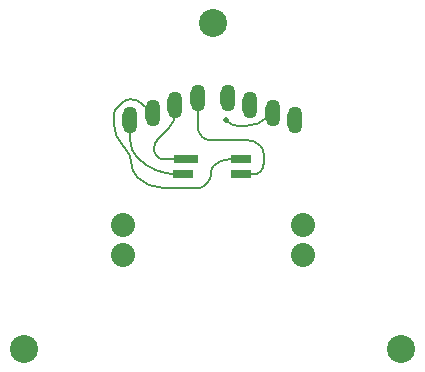
<source format=gbr>
%TF.GenerationSoftware,KiCad,Pcbnew,7.0.7*%
%TF.CreationDate,2024-06-03T14:17:06-05:00*%
%TF.ProjectId,Accel and Strain Gage board,41636365-6c20-4616-9e64-205374726169,rev?*%
%TF.SameCoordinates,Original*%
%TF.FileFunction,Copper,L1,Top*%
%TF.FilePolarity,Positive*%
%FSLAX46Y46*%
G04 Gerber Fmt 4.6, Leading zero omitted, Abs format (unit mm)*
G04 Created by KiCad (PCBNEW 7.0.7) date 2024-06-03 14:17:06*
%MOMM*%
%LPD*%
G01*
G04 APERTURE LIST*
%TA.AperFunction,ComponentPad*%
%ADD10O,1.270000X2.286000*%
%TD*%
%TA.AperFunction,SMDPad,CuDef*%
%ADD11R,2.159000X0.762000*%
%TD*%
%TA.AperFunction,SMDPad,CuDef*%
%ADD12R,1.651000X0.762000*%
%TD*%
%TA.AperFunction,ComponentPad*%
%ADD13C,2.032000*%
%TD*%
%TA.AperFunction,ViaPad*%
%ADD14C,2.374900*%
%TD*%
%TA.AperFunction,ViaPad*%
%ADD15C,0.500000*%
%TD*%
%TA.AperFunction,Conductor*%
%ADD16C,0.200000*%
%TD*%
G04 APERTURE END LIST*
D10*
%TO.P,,1*%
%TO.N,N/C*%
X121920000Y-116205000D03*
%TD*%
D11*
%TO.P,72,1*%
%TO.N,N/C*%
X124714000Y-120141990D03*
D12*
%TO.P,72,2*%
X124460000Y-121411990D03*
%TO.P,72,3*%
X129413000Y-121411990D03*
%TO.P,72,4*%
X129413000Y-120141990D03*
%TD*%
D13*
%TO.P,,1*%
%TO.N,N/C*%
X119380000Y-125730000D03*
%TD*%
D10*
%TO.P,,1*%
%TO.N,N/C*%
X132080000Y-116205000D03*
%TD*%
%TO.P,,1*%
%TO.N,N/C*%
X128270000Y-114935000D03*
%TD*%
%TO.P,,1*%
%TO.N,N/C*%
X133985000Y-116840000D03*
%TD*%
%TO.P,,1*%
%TO.N,N/C*%
X120015000Y-116840000D03*
%TD*%
D13*
%TO.P,,1*%
%TO.N,N/C*%
X134620000Y-128270000D03*
%TD*%
D10*
%TO.P,,1*%
%TO.N,N/C*%
X130175000Y-115570000D03*
%TD*%
%TO.P,,1*%
%TO.N,N/C*%
X125730000Y-114935000D03*
%TD*%
%TO.P,,1*%
%TO.N,N/C*%
X123825000Y-115570000D03*
%TD*%
D13*
%TO.P,,1*%
%TO.N,N/C*%
X119380000Y-128270000D03*
%TD*%
%TO.P,,1*%
%TO.N,N/C*%
X134620000Y-125730000D03*
%TD*%
D14*
%TO.N,*%
X142947856Y-136207521D03*
X126999996Y-108585021D03*
D15*
X128143000Y-116840000D03*
D14*
X111052136Y-136207521D03*
%TD*%
D16*
%TO.N,*%
X118753632Y-115942367D02*
X119380000Y-115316000D01*
X120591013Y-121607013D02*
X120650000Y-121666000D01*
X122914186Y-120141990D02*
X124714000Y-120141990D01*
X122047000Y-119253000D02*
X122047000Y-119274790D01*
X124022632Y-121411990D02*
X124460000Y-121411990D01*
X126724210Y-118491000D02*
X129837580Y-118491000D01*
X121110619Y-115557386D02*
X121110619Y-115522619D01*
X119507000Y-119126000D02*
X119603184Y-119222184D01*
X123317000Y-117475000D02*
X122406210Y-118385790D01*
X126873000Y-121412000D02*
X126873000Y-121263210D01*
X130450814Y-121411990D02*
X129413000Y-121411990D01*
X125730000Y-114935000D02*
X125730000Y-117317185D01*
X119993210Y-115062000D02*
X120142000Y-115062000D01*
X118745000Y-125095000D02*
X118930987Y-124909013D01*
X120015000Y-116840000D02*
X120015000Y-118481975D01*
X122796235Y-122555000D02*
X125931395Y-122555000D01*
X131318000Y-119612210D02*
X131318000Y-120544790D01*
X123825000Y-115570000D02*
X123825000Y-116248580D01*
X121009210Y-115421210D02*
X121110619Y-115522619D01*
X121920000Y-116205000D02*
X121607013Y-115892013D01*
X118618000Y-116437210D02*
X118618000Y-116979765D01*
X126238000Y-122428000D02*
X126603592Y-122062408D01*
X131835025Y-116449974D02*
X132080000Y-116205000D01*
X129369420Y-117348000D02*
X129667000Y-117348000D01*
X128353444Y-120141990D02*
X129413000Y-120141990D01*
X118618015Y-116979765D02*
G75*
G03*
X119507000Y-119126000I3035185J-35D01*
G01*
X119993210Y-115062005D02*
G75*
G03*
X119380001Y-115316001I-10J-867195D01*
G01*
X122406214Y-118385794D02*
G75*
G03*
X122047000Y-119253000I867186J-867206D01*
G01*
X131317995Y-119612210D02*
G75*
G03*
X131063999Y-118999001I-867195J10D01*
G01*
X130450814Y-121411995D02*
G75*
G03*
X131063999Y-121157999I-14J867195D01*
G01*
X121009206Y-115421214D02*
G75*
G03*
X120142000Y-115062000I-867206J-867186D01*
G01*
X125931395Y-122554997D02*
G75*
G03*
X126237999Y-122427999I5J433597D01*
G01*
X120649989Y-121666011D02*
G75*
G03*
X122796235Y-122555000I2146211J2146211D01*
G01*
X118718437Y-116027360D02*
G75*
G03*
X118618001Y-116437210I805563J-414640D01*
G01*
X128142994Y-116840006D02*
G75*
G03*
X129369420Y-117348000I1226406J1226406D01*
G01*
X120141993Y-120523000D02*
G75*
G03*
X120591013Y-121607013I1533007J0D01*
G01*
X131064006Y-118998994D02*
G75*
G03*
X129837580Y-118491000I-1226406J-1226406D01*
G01*
X128353444Y-120142009D02*
G75*
G03*
X127127000Y-120650000I-44J-1734391D01*
G01*
X122301004Y-119887996D02*
G75*
G03*
X122914186Y-120141990I613196J613196D01*
G01*
X126603589Y-122062405D02*
G75*
G03*
X126873000Y-121412000I-650389J650405D01*
G01*
X131064003Y-121158003D02*
G75*
G03*
X131318000Y-120544790I-613203J613203D01*
G01*
X118753659Y-115942394D02*
G75*
G03*
X118718429Y-116027356I84941J-85006D01*
G01*
X121607012Y-115892014D02*
G75*
G03*
X121110619Y-115557386I-1127112J-1136486D01*
G01*
X125730007Y-117317185D02*
G75*
G03*
X126111000Y-118237000I1300793J-15D01*
G01*
X120015011Y-118481975D02*
G75*
G03*
X120650000Y-120015000I2167989J-25D01*
G01*
X126110997Y-118237003D02*
G75*
G03*
X126724210Y-118491000I613203J613203D01*
G01*
X129667000Y-117348014D02*
G75*
G03*
X131835025Y-116449974I0J3066014D01*
G01*
X127126997Y-120649997D02*
G75*
G03*
X126873000Y-121263210I613203J-613203D01*
G01*
X123317006Y-117475006D02*
G75*
G03*
X123825000Y-116248580I-1226406J1226406D01*
G01*
X122047005Y-119274790D02*
G75*
G03*
X122301001Y-119887999I867195J-10D01*
G01*
X120142009Y-120523000D02*
G75*
G03*
X119603184Y-119222184I-1839609J0D01*
G01*
X120649991Y-120015009D02*
G75*
G03*
X124022632Y-121411990I3372609J3372609D01*
G01*
%TD*%
M02*

</source>
